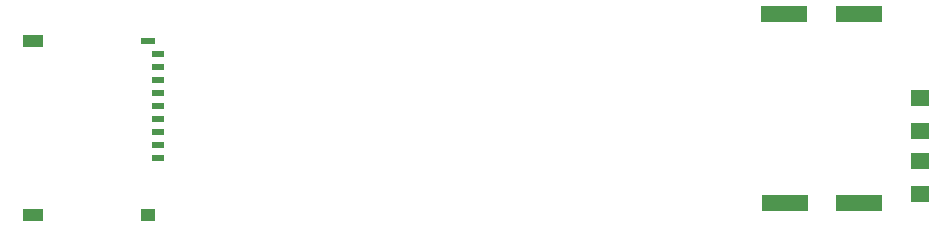
<source format=gbr>
G04 DipTrace 3.3.1.3*
G04 TopPaste.gbr*
%MOIN*%
G04 #@! TF.FileFunction,Paste,Top*
G04 #@! TF.Part,Single*
%ADD58R,0.047087X0.023465*%
%ADD60R,0.047087X0.039213*%
%ADD62R,0.070709X0.039213*%
%ADD64R,0.04315X0.019528*%
%ADD94R,0.155354X0.054961*%
%ADD96R,0.062835X0.054961*%
%FSLAX26Y26*%
G04*
G70*
G90*
G75*
G01*
G04 TopPaste*
%LPD*%
D96*
X3453071Y2793701D3*
Y2683465D3*
Y2473701D3*
Y2583937D3*
D94*
X3001499Y3075234D3*
X3249530D3*
X3003071Y2443701D3*
X3251102D3*
D64*
X913071Y2593701D3*
Y2637008D3*
Y2680315D3*
Y2723622D3*
Y2766929D3*
Y2810236D3*
Y2853543D3*
Y2896850D3*
Y2940157D3*
D62*
X497717Y2405512D3*
D60*
X879606D3*
D58*
Y2983465D3*
D62*
X497717D3*
M02*

</source>
